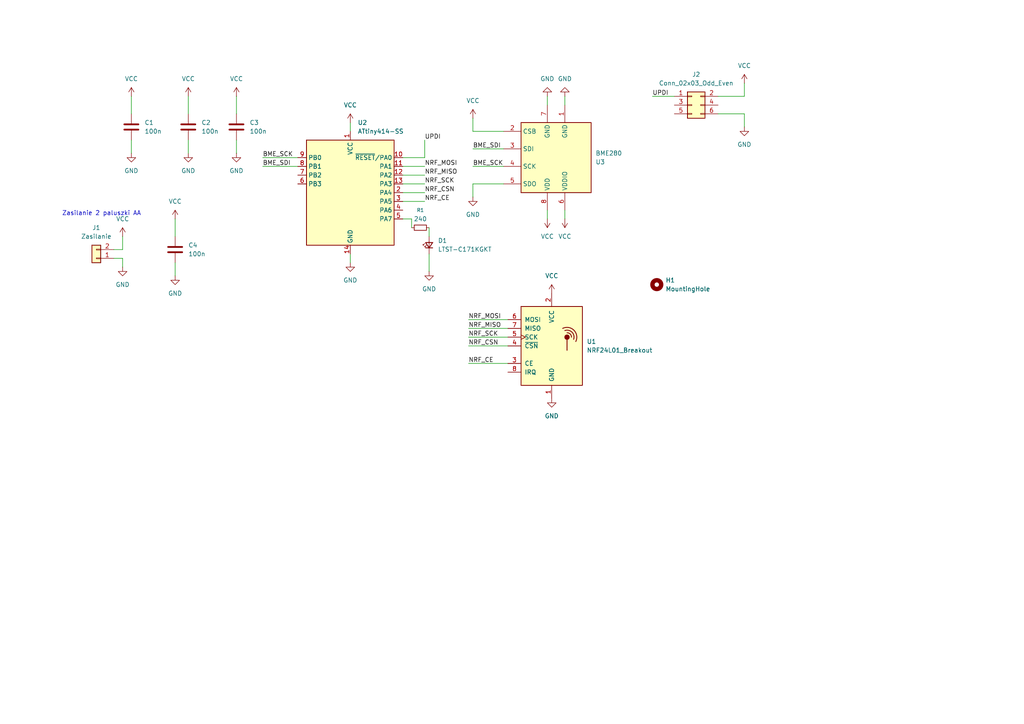
<source format=kicad_sch>
(kicad_sch (version 20250114) (generator "eeschema") (generator_version "9.0")
  (paper "A4")
  (lib_symbols
    (symbol "Connector_Generic:Conn_01x02" (pin_names (offset 1.016) (hide yes))
      (property "Reference" "J" (at 0 2.54 0))
      (property "Value" "Conn_01x02" (at 0 -5.08 0))
      (symbol "Conn_01x02_1_1"
        (rectangle (start -1.27 1.27) (end 1.27 -3.81) (stroke (width 0.254)) (fill (type background)))
        (rectangle (start -1.27 0.127) (end 0 -0.127) (stroke (width 0.1524)))
        (rectangle (start -1.27 -2.413) (end 0 -2.667) (stroke (width 0.1524)))
        (pin passive line (at -5.08 0 0) (length 3.81) (name "Pin_1") (number "1"))
        (pin passive line (at -5.08 -2.54 0) (length 3.81) (name "Pin_2") (number "2"))
      )
    )
    (symbol "Connector_Generic:Conn_02x03_Odd_Even" (pin_names (offset 1.016) (hide yes))
      (property "Reference" "J" (at 1.27 5.08 0))
      (property "Value" "Conn_02x03_Odd_Even" (at 1.27 -5.08 0))
      (symbol "Conn_02x03_Odd_Even_1_1"
        (rectangle (start -1.27 3.81) (end 3.81 -3.81) (stroke (width 0.254)) (fill (type background)))
        (rectangle (start -1.27 2.667) (end 0 2.413) (stroke (width 0.1524)))
        (rectangle (start -1.27 0.127) (end 0 -0.127) (stroke (width 0.1524)))
        (rectangle (start -1.27 -2.413) (end 0 -2.667) (stroke (width 0.1524)))
        (rectangle (start 3.81 2.667) (end 2.54 2.413) (stroke (width 0.1524)))
        (rectangle (start 3.81 0.127) (end 2.54 -0.127) (stroke (width 0.1524)))
        (rectangle (start 3.81 -2.413) (end 2.54 -2.667) (stroke (width 0.1524)))
        (pin passive line (at -5.08 2.54 0) (length 3.81) (name "Pin_1") (number "1"))
        (pin passive line (at -5.08 0 0) (length 3.81) (name "Pin_3") (number "3"))
        (pin passive line (at -5.08 -2.54 0) (length 3.81) (name "Pin_5") (number "5"))
        (pin passive line (at 7.62 2.54 180) (length 3.81) (name "Pin_2") (number "2"))
        (pin passive line (at 7.62 0 180) (length 3.81) (name "Pin_4") (number "4"))
        (pin passive line (at 7.62 -2.54 180) (length 3.81) (name "Pin_6") (number "6"))
      )
    )
    (symbol "Device:C" (pin_numbers (hide yes)) (pin_names (offset 0.254))
      (property "Reference" "C" (at 0.635 2.54 0))
      (property "Value" "C" (at 0.635 -2.54 0))
      (symbol "C_0_1"
        (polyline (pts (xy -2.032 0.762) (xy 2.032 0.762)) (stroke (width 0.508)))
        (polyline (pts (xy -2.032 -0.762) (xy 2.032 -0.762)) (stroke (width 0.508)))
      )
      (symbol "C_1_1"
        (pin passive line (at 0 3.81 270) (length 2.794) (name "~") (number "1"))
        (pin passive line (at 0 -3.81 90) (length 2.794) (name "~") (number "2"))
      )
    )
    (symbol "Device:LED_Small" (pin_numbers (hide yes)) (pin_names (offset 0.254) (hide yes))
      (property "Reference" "D" (at -1.27 3.175 0))
      (property "Value" "LED_Small" (at -4.445 -2.54 0))
      (symbol "LED_Small_0_1"
        (polyline (pts (xy -0.762 -1.016) (xy -0.762 1.016)) (stroke (width 0.254)))
        (polyline (pts (xy 0 0.762) (xy -0.508 1.27) (xy -0.254 1.27) (xy -0.508 1.27) (xy -0.508 1.016)))
        (polyline (pts (xy 0.508 1.27) (xy 0 1.778) (xy 0.254 1.778) (xy 0 1.778) (xy 0 1.524)))
        (polyline (pts (xy 0.762 -1.016) (xy -0.762 0) (xy 0.762 1.016) (xy 0.762 -1.016)) (stroke (width 0.254)))
        (polyline (pts (xy 1.016 0) (xy -0.762 0)))
      )
      (symbol "LED_Small_1_1"
        (pin passive line (at -2.54 0 0) (length 1.778) (name "K") (number "1"))
        (pin passive line (at 2.54 0 180) (length 1.778) (name "A") (number "2"))
      )
    )
    (symbol "Device:R_Small" (pin_numbers (hide yes)) (pin_names (offset 0.254) (hide yes))
      (property "Reference" "R" (at 0 0 90))
      (property "Value" "R_Small" (at 1.778 0 90))
      (symbol "R_Small_0_1"
        (rectangle (start -0.762 1.778) (end 0.762 -1.778) (stroke (width 0.2032)))
      )
      (symbol "R_Small_1_1"
        (pin passive line (at 0 2.54 270) (length 0.762) (name "~") (number "1"))
        (pin passive line (at 0 -2.54 90) (length 0.762) (name "~") (number "2"))
      )
    )
    (symbol "MCU_Microchip_ATtiny:ATtiny414-SS"
      (property "Reference" "U" (at -12.7 16.51 0))
      (property "Value" "ATtiny414-SS" (at 2.54 -16.51 0))
      (symbol "ATtiny414-SS_0_1"
        (rectangle (start -12.7 -15.24) (end 12.7 15.24) (stroke (width 0.254)) (fill (type background)))
      )
      (symbol "ATtiny414-SS_1_1"
        (pin bidirectional line (at -15.24 10.16 0) (length 2.54) (name "PB0") (number "9"))
        (pin bidirectional line (at -15.24 7.62 0) (length 2.54) (name "PB1") (number "8"))
        (pin bidirectional line (at -15.24 5.08 0) (length 2.54) (name "PB2") (number "7"))
        (pin bidirectional line (at -15.24 2.54 0) (length 2.54) (name "PB3") (number "6"))
        (pin power_in line (at 0 17.78 270) (length 2.54) (name "VCC") (number "1"))
        (pin power_in line (at 0 -17.78 90) (length 2.54) (name "GND") (number "14"))
        (pin bidirectional line (at 15.24 10.16 180) (length 2.54) (name "~{RESET}/PA0") (number "10"))
        (pin bidirectional line (at 15.24 7.62 180) (length 2.54) (name "PA1") (number "11"))
        (pin bidirectional line (at 15.24 5.08 180) (length 2.54) (name "PA2") (number "12"))
        (pin bidirectional line (at 15.24 2.54 180) (length 2.54) (name "PA3") (number "13"))
        (pin bidirectional line (at 15.24 0 180) (length 2.54) (name "PA4") (number "2"))
        (pin bidirectional line (at 15.24 -2.54 180) (length 2.54) (name "PA5") (number "3"))
        (pin bidirectional line (at 15.24 -5.08 180) (length 2.54) (name "PA6") (number "4"))
        (pin bidirectional line (at 15.24 -7.62 180) (length 2.54) (name "PA7") (number "5"))
      )
    )
    (symbol "Mechanical:MountingHole" (pin_names (offset 1.016)) (in_bom no)
      (property "Reference" "H" (at 0 5.08 0))
      (property "Value" "MountingHole" (at 0 3.175 0))
      (symbol "MountingHole_0_1"
        (circle (center 0 0) (radius 1.27) (stroke (width 1.27)))
      )
    )
    (symbol "RF:NRF24L01_Breakout" (pin_names (offset 1.016))
      (property "Reference" "U" (at -8.89 12.7 0))
      (property "Value" "NRF24L01_Breakout" (at 3.81 12.7 0))
      (symbol "NRF24L01_Breakout_0_1"
        (rectangle (start -8.89 11.43) (end 8.89 -11.43) (stroke (width 0.254)) (fill (type background)))
        (arc (start 3.175 5.08) (mid 6.453 4.548) (end 6.985 1.27) (stroke (width 0.254)))
        (circle (center 4.445 2.54) (radius 0.635) (stroke (width 0.254)) (fill (type outline)))
        (polyline (pts (xy 4.445 1.905) (xy 4.445 -1.27)) (stroke (width 0.254)))
        (arc (start 3.81 4.445) (mid 5.8835 3.9785) (end 6.35 1.905) (stroke (width 0.254)))
        (arc (start 4.445 3.81) (mid 5.3558 3.4508) (end 5.715 2.54) (stroke (width 0.254)))
      )
      (symbol "NRF24L01_Breakout_1_1"
        (pin input line (at -12.7 7.62 0) (length 3.81) (name "MOSI") (number "6"))
        (pin output line (at -12.7 5.08 0) (length 3.81) (name "MISO") (number "7"))
        (pin input clock (at -12.7 2.54 0) (length 3.81) (name "SCK") (number "5"))
        (pin input line (at -12.7 0 0) (length 3.81) (name "~{CSN}") (number "4"))
        (pin input line (at -12.7 -5.08 0) (length 3.81) (name "CE") (number "3"))
        (pin output line (at -12.7 -7.62 0) (length 3.81) (name "IRQ") (number "8"))
        (pin power_in line (at 0 15.24 270) (length 3.81) (name "VCC") (number "2"))
        (pin power_in line (at 0 -15.24 90) (length 3.81) (name "GND") (number "1"))
      )
    )
    (symbol "Sensor:BME280"
      (property "Reference" "U" (at -8.89 11.43 0))
      (property "Value" "BME280" (at 7.62 11.43 0))
      (symbol "BME280_0_1"
        (rectangle (start -10.16 10.16) (end 10.16 -10.16) (stroke (width 0.254)) (fill (type background)))
      )
      (symbol "BME280_1_1"
        (pin power_in line (at -2.54 15.24 270) (length 5.08) (name "VDDIO") (number "6"))
        (pin power_in line (at -2.54 -15.24 90) (length 5.08) (name "GND") (number "1"))
        (pin power_in line (at 2.54 15.24 270) (length 5.08) (name "VDD") (number "8"))
        (pin power_in line (at 2.54 -15.24 90) (length 5.08) (name "GND") (number "7"))
        (pin bidirectional line (at 15.24 7.62 180) (length 5.08) (name "SDO") (number "5"))
        (pin input line (at 15.24 2.54 180) (length 5.08) (name "SCK") (number "4"))
        (pin bidirectional line (at 15.24 -2.54 180) (length 5.08) (name "SDI") (number "3"))
        (pin input line (at 15.24 -7.62 180) (length 5.08) (name "CSB") (number "2"))
      )
    )
    (symbol "power:GND" (power) (pin_numbers (hide yes)) (pin_names (offset 0) (hide yes))
      (property "Value" "GND" (at 0 -3.81 0))
      (symbol "GND_0_1"
        (polyline (pts (xy 0 0) (xy 0 -1.27) (xy 1.27 -1.27) (xy 0 -2.54) (xy -1.27 -1.27) (xy 0 -1.27)))
      )
      (symbol "GND_1_1"
        (pin power_in line (at 0 0 270) (length 0) (name "~") (number "1"))
      )
    )
    (symbol "power:VCC" (power) (pin_numbers (hide yes)) (pin_names (offset 0) (hide yes))
      (property "Value" "VCC" (at 0 3.556 0))
      (symbol "VCC_0_1"
        (polyline (pts (xy -0.762 1.27) (xy 0 2.54)))
        (polyline (pts (xy 0 2.54) (xy 0.762 1.27)))
        (polyline (pts (xy 0 0) (xy 0 2.54)))
      )
      (symbol "VCC_1_1"
        (pin power_in line (at 0 0 90) (length 0) (name "~") (number "1"))
      )
    )
  )
  (text "Zasilanie 2 paluszki AA" (at 29.464 61.976 0) (effects (font (size 1.27 1.27))))
  (wire (pts (xy 137.16 53.34) (xy 146.05 53.34)))
  (wire (pts (xy 101.6 35.56) (xy 101.6 38.1)))
  (wire (pts (xy 135.89 100.33) (xy 147.32 100.33)))
  (wire (pts (xy 116.84 58.42) (xy 123.19 58.42)))
  (wire (pts (xy 189.23 27.94) (xy 195.58 27.94)))
  (wire (pts (xy 208.28 27.94) (xy 215.9 27.94)))
  (wire (pts (xy 33.02 72.39) (xy 35.56 72.39)))
  (wire (pts (xy 50.8 63.5) (xy 50.8 68.58)))
  (wire (pts (xy 116.84 50.8) (xy 123.19 50.8)))
  (wire (pts (xy 76.2 48.26) (xy 86.36 48.26)))
  (wire (pts (xy 135.89 92.71) (xy 147.32 92.71)))
  (wire (pts (xy 35.56 77.47) (xy 35.56 74.93)))
  (wire (pts (xy 116.84 45.72) (xy 123.19 45.72)))
  (wire (pts (xy 137.16 38.1) (xy 146.05 38.1)))
  (wire (pts (xy 116.84 55.88) (xy 123.19 55.88)))
  (wire (pts (xy 163.83 30.48) (xy 163.83 27.94)))
  (wire (pts (xy 124.46 73.66) (xy 124.46 78.74)))
  (wire (pts (xy 68.58 27.94) (xy 68.58 33.02)))
  (wire (pts (xy 215.9 24.13) (xy 215.9 27.94)))
  (wire (pts (xy 215.9 33.02) (xy 215.9 36.83)))
  (wire (pts (xy 124.46 66.04) (xy 124.46 68.58)))
  (wire (pts (xy 50.8 76.2) (xy 50.8 80.01)))
  (wire (pts (xy 135.89 97.79) (xy 147.32 97.79)))
  (wire (pts (xy 38.1 40.64) (xy 38.1 44.45)))
  (wire (pts (xy 54.61 40.64) (xy 54.61 44.45)))
  (wire (pts (xy 119.38 66.04) (xy 119.38 63.5)))
  (wire (pts (xy 68.58 40.64) (xy 68.58 44.45)))
  (wire (pts (xy 33.02 74.93) (xy 35.56 74.93)))
  (wire (pts (xy 119.38 63.5) (xy 116.84 63.5)))
  (wire (pts (xy 135.89 95.25) (xy 147.32 95.25)))
  (wire (pts (xy 135.89 105.41) (xy 147.32 105.41)))
  (wire (pts (xy 35.56 68.58) (xy 35.56 72.39)))
  (wire (pts (xy 137.16 34.29) (xy 137.16 38.1)))
  (wire (pts (xy 158.75 63.5) (xy 158.75 60.96)))
  (wire (pts (xy 137.16 48.26) (xy 146.05 48.26)))
  (wire (pts (xy 101.6 76.2) (xy 101.6 73.66)))
  (wire (pts (xy 116.84 48.26) (xy 123.19 48.26)))
  (wire (pts (xy 158.75 27.94) (xy 158.75 30.48)))
  (wire (pts (xy 137.16 53.34) (xy 137.16 57.15)))
  (wire (pts (xy 208.28 33.02) (xy 215.9 33.02)))
  (wire (pts (xy 123.19 40.64) (xy 123.19 45.72)))
  (wire (pts (xy 116.84 53.34) (xy 123.19 53.34)))
  (wire (pts (xy 76.2 45.72) (xy 86.36 45.72)))
  (wire (pts (xy 163.83 63.5) (xy 163.83 60.96)))
  (wire (pts (xy 137.16 43.18) (xy 146.05 43.18)))
  (wire (pts (xy 54.61 27.94) (xy 54.61 33.02)))
  (wire (pts (xy 38.1 27.94) (xy 38.1 33.02)))
  (label "UPDI" (at 189.23 27.94 0))
  (label "BME_SCK" (at 137.16 48.26 0))
  (label "UPDI" (at 123.19 40.64 0))
  (label "NRF_MISO" (at 123.19 50.8 0))
  (label "NRF_SCK" (at 135.89 97.79 0))
  (label "BME_SDI" (at 76.2 48.26 0))
  (label "BME_SCK" (at 76.2 45.72 0))
  (label "NRF_SCK" (at 123.19 53.34 0))
  (label "NRF_CSN" (at 135.89 100.33 0))
  (label "NRF_MOSI" (at 123.19 48.26 0))
  (label "NRF_CSN" (at 123.19 55.88 0))
  (label "NRF_CE" (at 123.19 58.42 0))
  (label "NRF_MISO" (at 135.89 95.25 0))
  (label "NRF_CE" (at 135.89 105.41 0))
  (label "BME_SDI" (at 137.16 43.18 0))
  (label "NRF_MOSI" (at 135.89 92.71 0))
  (symbol (lib_id "Device:R_Small") (at 121.92 66.04 90) (unit 1)
    (property "Reference" "R1" (at 121.92 60.96 90) (effects (font (size 1.016 1.016))))
    (property "Value" "240" (at 121.92 63.5 90))
    (property "Footprint" "Resistor_SMD:R_0603_1608Metric" (effects (hide yes)))
    (property "Description" "Resistor, small symbol" (effects (hide yes)))
  )
  (symbol (lib_id "power:GND") (at 38.1 44.45 0) (unit 1)
    (property "Reference" "#PWR014" (effects (hide yes)))
    (property "Value" "GND" (at 38.1 49.53 0))
    (property "Description" "Power symbol creates a global label with name \"GND\" , ground" (effects (hide yes)))
  )
  (symbol (lib_id "power:GND") (at 163.83 27.94 180) (unit 1)
    (property "Reference" "#PWR010" (effects (hide yes)))
    (property "Value" "GND" (at 163.83 22.86 0))
    (property "Description" "Power symbol creates a global label with name \"GND\" , ground" (effects (hide yes)))
  )
  (symbol (lib_id "Device:C") (at 54.61 36.83 180) (unit 1)
    (property "Reference" "C2" (at 58.42 35.5599 0) (effects (justify right)))
    (property "Value" "100n" (at 58.42 38.0999 0) (effects (justify right)))
    (property "Footprint" "Capacitor_SMD:C_0603_1608Metric" (effects (hide yes)))
    (property "Description" "Unpolarized capacitor" (effects (hide yes)))
  )
  (symbol (lib_id "power:VCC") (at 158.75 63.5 180) (unit 1)
    (property "Reference" "#PWR05" (effects (hide yes)))
    (property "Value" "VCC" (at 158.75 68.58 0))
    (property "Description" "Power symbol creates a global label with name \"VCC\"" (effects (hide yes)))
  )
  (symbol (lib_id "power:VCC") (at 50.8 63.5 0) (unit 1)
    (property "Reference" "#PWR020" (effects (hide yes)))
    (property "Value" "VCC" (at 50.8 58.42 0))
    (property "Description" "Power symbol creates a global label with name \"VCC\"" (effects (hide yes)))
  )
  (symbol (lib_id "power:VCC") (at 38.1 27.94 0) (unit 1)
    (property "Reference" "#PWR011" (effects (hide yes)))
    (property "Value" "VCC" (at 38.1 22.86 0))
    (property "Description" "Power symbol creates a global label with name \"VCC\"" (effects (hide yes)))
  )
  (symbol (lib_id "power:VCC") (at 215.9 24.13 0) (unit 1)
    (property "Reference" "#PWR026" (effects (hide yes)))
    (property "Value" "VCC" (at 215.9 19.05 0))
    (property "Description" "Power symbol creates a global label with name \"VCC\"" (effects (hide yes)))
  )
  (symbol (lib_id "Connector_Generic:Conn_02x03_Odd_Even") (at 200.66 30.48 0) (unit 1)
    (property "Reference" "J2" (at 201.93 21.59 0))
    (property "Value" "Conn_02x03_Odd_Even" (at 201.93 24.13 0))
    (property "Footprint" "Connector_PinHeader_2.54mm:PinHeader_2x03_P2.54mm_Vertical" (effects (hide yes)))
    (property "Description" "Generic connector, double row, 02x03, odd/even pin numbering scheme (row 1 odd numbers, row 2 even numbers), script generated (kicad-library-utils/schlib/autogen/connector/)" (effects (hide yes)))
  )
  (symbol (lib_id "power:VCC") (at 137.16 34.29 0) (unit 1)
    (property "Reference" "#PWR017" (effects (hide yes)))
    (property "Value" "VCC" (at 137.16 29.21 0))
    (property "Description" "Power symbol creates a global label with name \"VCC\"" (effects (hide yes)))
  )
  (symbol (lib_id "Device:C") (at 50.8 72.39 180) (unit 1)
    (property "Reference" "C4" (at 54.61 71.1199 0) (effects (justify right)))
    (property "Value" "100n" (at 54.61 73.6599 0) (effects (justify right)))
    (property "Footprint" "Capacitor_SMD:C_0603_1608Metric" (effects (hide yes)))
    (property "Description" "Unpolarized capacitor" (effects (hide yes)))
  )
  (symbol (lib_id "power:GND") (at 35.56 77.47 0) (unit 1)
    (property "Reference" "#PWR02" (effects (hide yes)))
    (property "Value" "GND" (at 35.56 82.55 0))
    (property "Description" "Power symbol creates a global label with name \"GND\" , ground" (effects (hide yes)))
  )
  (symbol (lib_id "power:GND") (at 160.02 115.57 0) (unit 1)
    (property "Reference" "#PWR07" (effects (hide yes)))
    (property "Value" "GND" (at 160.02 120.65 0))
    (property "Description" "Power symbol creates a global label with name \"GND\" , ground" (effects (hide yes)))
  )
  (symbol (lib_id "Sensor:BME280") (at 161.29 45.72 180) (unit 1)
    (property "Reference" "U3" (at 172.72 46.9901 0) (effects (justify right)))
    (property "Value" "BME280" (at 172.72 44.4501 0) (effects (justify right)))
    (property "Footprint" "Package_LGA:Bosch_LGA-8_2.5x2.5mm_P0.65mm_ClockwisePinNumbering" (effects (hide yes)))
    (property "Datasheet" "https://www.bosch-sensortec.com/media/boschsensortec/downloads/datasheets/bst-bme280-ds002.pdf" (effects (hide yes)))
    (property "Description" "3-in-1 sensor, humidity, pressure, temperature, I2C and SPI interface, 1.71-3.6V, LGA-8" (effects (hide yes)))
  )
  (symbol (lib_id "MCU_Microchip_ATtiny:ATtiny414-SS") (at 101.6 55.88 0) (unit 1)
    (property "Reference" "U2" (at 103.7433 35.56 0) (effects (justify left)))
    (property "Value" "ATtiny414-SS" (at 103.7433 38.1 0) (effects (justify left)))
    (property "Footprint" "Package_SO:SOIC-14_3.9x8.7mm_P1.27mm" (effects (hide yes)))
    (property "Datasheet" "http://ww1.microchip.com/downloads/en/DeviceDoc/40001912A.pdf" (effects (hide yes)))
    (property "Description" "20MHz, 4kB Flash, 256B SRAM, 128B EEPROM, SOIC-14" (effects (hide yes)))
  )
  (symbol (lib_id "Mechanical:MountingHole") (at 190.5 82.55 0) (unit 1) (in_bom no)
    (property "Reference" "H1" (at 193.04 81.2799 0) (effects (justify left)))
    (property "Value" "MountingHole" (at 193.04 83.8199 0) (effects (justify left)))
    (property "Footprint" "MountingHole:MountingHole_3.2mm_M3" (effects (hide yes)))
    (property "Description" "Mounting Hole without connection" (effects (hide yes)))
  )
  (symbol (lib_id "power:GND") (at 124.46 78.74 0) (unit 1)
    (property "Reference" "#PWR019" (effects (hide yes)))
    (property "Value" "GND" (at 124.46 83.82 0))
    (property "Description" "Power symbol creates a global label with name \"GND\" , ground" (effects (hide yes)))
  )
  (symbol (lib_id "Connector_Generic:Conn_01x02") (at 27.94 74.93 180) (unit 1)
    (property "Reference" "J1" (at 27.94 66.04 0))
    (property "Value" "Zasilanie" (at 27.94 68.58 0))
    (property "Footprint" "Connector_PinHeader_2.54mm:PinHeader_1x02_P2.54mm_Vertical" (effects (hide yes)))
    (property "Description" "Generic connector, single row, 01x02, script generated (kicad-library-utils/schlib/autogen/connector/)" (effects (hide yes)))
  )
  (symbol (lib_id "power:VCC") (at 68.58 27.94 0) (unit 1)
    (property "Reference" "#PWR013" (effects (hide yes)))
    (property "Value" "VCC" (at 68.58 22.86 0))
    (property "Description" "Power symbol creates a global label with name \"VCC\"" (effects (hide yes)))
  )
  (symbol (lib_id "Device:C") (at 38.1 36.83 180) (unit 1)
    (property "Reference" "C1" (at 41.91 35.5599 0) (effects (justify right)))
    (property "Value" "100n" (at 41.91 38.0999 0) (effects (justify right)))
    (property "Footprint" "Capacitor_SMD:C_0603_1608Metric" (effects (hide yes)))
    (property "Description" "Unpolarized capacitor" (effects (hide yes)))
  )
  (symbol (lib_id "power:GND") (at 68.58 44.45 0) (unit 1)
    (property "Reference" "#PWR016" (effects (hide yes)))
    (property "Value" "GND" (at 68.58 49.53 0))
    (property "Description" "Power symbol creates a global label with name \"GND\" , ground" (effects (hide yes)))
  )
  (symbol (lib_id "power:GND") (at 137.16 57.15 0) (unit 1)
    (property "Reference" "#PWR018" (effects (hide yes)))
    (property "Value" "GND" (at 137.16 62.23 0))
    (property "Description" "Power symbol creates a global label with name \"GND\" , ground" (effects (hide yes)))
  )
  (symbol (lib_id "Device:C") (at 68.58 36.83 180) (unit 1)
    (property "Reference" "C3" (at 72.39 35.5599 0) (effects (justify right)))
    (property "Value" "100n" (at 72.39 38.0999 0) (effects (justify right)))
    (property "Footprint" "Capacitor_SMD:C_0603_1608Metric" (effects (hide yes)))
    (property "Description" "Unpolarized capacitor" (effects (hide yes)))
  )
  (symbol (lib_id "Device:LED_Small") (at 124.46 71.12 90) (unit 1)
    (property "Reference" "D1" (at 127 69.7864 90) (effects (justify right)))
    (property "Value" "LTST-C171KGKT" (at 127 72.3264 90) (effects (justify right)))
    (property "Footprint" "LED_SMD:LED_0805_2012Metric" (effects (hide yes)))
    (property "Description" "Light emitting diode, small symbol" (effects (hide yes)))
    (property "Sim.Pin" "1=K 2=A" (effects (hide yes)))
  )
  (symbol (lib_id "power:GND") (at 101.6 76.2 0) (unit 1)
    (property "Reference" "#PWR08" (effects (hide yes)))
    (property "Value" "GND" (at 101.6 81.28 0))
    (property "Description" "Power symbol creates a global label with name \"GND\" , ground" (effects (hide yes)))
  )
  (symbol (lib_id "power:GND") (at 50.8 80.01 0) (unit 1)
    (property "Reference" "#PWR021" (effects (hide yes)))
    (property "Value" "GND" (at 50.8 85.09 0))
    (property "Description" "Power symbol creates a global label with name \"GND\" , ground" (effects (hide yes)))
  )
  (symbol (lib_id "power:VCC") (at 163.83 63.5 180) (unit 1)
    (property "Reference" "#PWR09" (effects (hide yes)))
    (property "Value" "VCC" (at 163.83 68.58 0))
    (property "Description" "Power symbol creates a global label with name \"VCC\"" (effects (hide yes)))
  )
  (symbol (lib_id "RF:NRF24L01_Breakout") (at 160.02 100.33 0) (unit 1)
    (property "Reference" "U1" (at 170.18 99.0599 0) (effects (justify left)))
    (property "Value" "NRF24L01_Breakout" (at 170.18 101.5999 0) (effects (justify left)))
    (property "Footprint" "RF_Module:nRF24L01_Breakout" (effects (hide yes)))
    (property "Datasheet" "http://www.nordicsemi.com/eng/content/download/2730/34105/file/nRF24L01_Product_Specification_v2_0.pdf" (effects (hide yes)))
    (property "Description" "Ultra low power 2.4GHz RF Transceiver, Carrier PCB" (effects (hide yes)))
  )
  (symbol (lib_id "power:VCC") (at 101.6 35.56 0) (unit 1)
    (property "Reference" "#PWR03" (effects (hide yes)))
    (property "Value" "VCC" (at 101.6 30.48 0))
    (property "Description" "Power symbol creates a global label with name \"VCC\"" (effects (hide yes)))
  )
  (symbol (lib_id "power:VCC") (at 54.61 27.94 0) (unit 1)
    (property "Reference" "#PWR012" (effects (hide yes)))
    (property "Value" "VCC" (at 54.61 22.86 0))
    (property "Description" "Power symbol creates a global label with name \"VCC\"" (effects (hide yes)))
  )
  (symbol (lib_id "power:VCC") (at 35.56 68.58 0) (unit 1)
    (property "Reference" "#PWR01" (effects (hide yes)))
    (property "Value" "VCC" (at 35.56 63.5 0))
    (property "Description" "Power symbol creates a global label with name \"VCC\"" (effects (hide yes)))
  )
  (symbol (lib_id "power:GND") (at 215.9 36.83 0) (unit 1)
    (property "Reference" "#PWR027" (effects (hide yes)))
    (property "Value" "GND" (at 215.9 41.91 0))
    (property "Description" "Power symbol creates a global label with name \"GND\" , ground" (effects (hide yes)))
  )
  (symbol (lib_id "power:GND") (at 158.75 27.94 180) (unit 1)
    (property "Reference" "#PWR06" (effects (hide yes)))
    (property "Value" "GND" (at 158.75 22.86 0))
    (property "Description" "Power symbol creates a global label with name \"GND\" , ground" (effects (hide yes)))
  )
  (symbol (lib_id "power:VCC") (at 160.02 85.09 0) (unit 1)
    (property "Reference" "#PWR04" (effects (hide yes)))
    (property "Value" "VCC" (at 160.02 80.01 0))
    (property "Description" "Power symbol creates a global label with name \"VCC\"" (effects (hide yes)))
  )
  (symbol (lib_id "power:GND") (at 54.61 44.45 0) (unit 1)
    (property "Reference" "#PWR015" (effects (hide yes)))
    (property "Value" "GND" (at 54.61 49.53 0))
    (property "Description" "Power symbol creates a global label with name \"GND\" , ground" (effects (hide yes)))
  )
)
</source>
